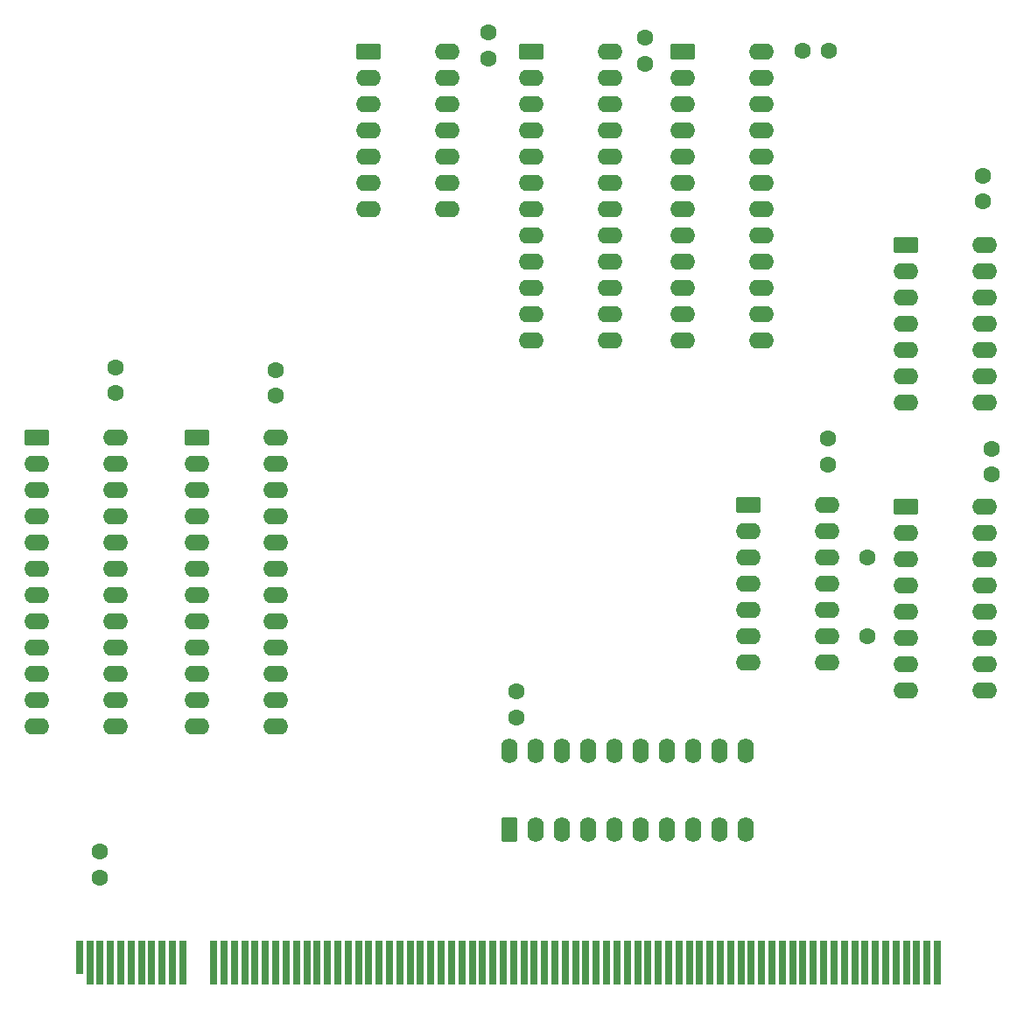
<source format=gbr>
%TF.GenerationSoftware,KiCad,Pcbnew,9.0.5*%
%TF.CreationDate,2025-11-19T18:10:56+02:00*%
%TF.ProjectId,core_1,636f7265-5f31-42e6-9b69-6361645f7063,rev?*%
%TF.SameCoordinates,Original*%
%TF.FileFunction,Soldermask,Bot*%
%TF.FilePolarity,Negative*%
%FSLAX46Y46*%
G04 Gerber Fmt 4.6, Leading zero omitted, Abs format (unit mm)*
G04 Created by KiCad (PCBNEW 9.0.5) date 2025-11-19 18:10:56*
%MOMM*%
%LPD*%
G01*
G04 APERTURE LIST*
G04 Aperture macros list*
%AMRoundRect*
0 Rectangle with rounded corners*
0 $1 Rounding radius*
0 $2 $3 $4 $5 $6 $7 $8 $9 X,Y pos of 4 corners*
0 Add a 4 corners polygon primitive as box body*
4,1,4,$2,$3,$4,$5,$6,$7,$8,$9,$2,$3,0*
0 Add four circle primitives for the rounded corners*
1,1,$1+$1,$2,$3*
1,1,$1+$1,$4,$5*
1,1,$1+$1,$6,$7*
1,1,$1+$1,$8,$9*
0 Add four rect primitives between the rounded corners*
20,1,$1+$1,$2,$3,$4,$5,0*
20,1,$1+$1,$4,$5,$6,$7,0*
20,1,$1+$1,$6,$7,$8,$9,0*
20,1,$1+$1,$8,$9,$2,$3,0*%
G04 Aperture macros list end*
%ADD10RoundRect,0.250000X-0.950000X-0.550000X0.950000X-0.550000X0.950000X0.550000X-0.950000X0.550000X0*%
%ADD11O,2.400000X1.600000*%
%ADD12C,1.600000*%
%ADD13R,0.700000X3.200000*%
%ADD14R,0.700000X4.300000*%
%ADD15RoundRect,0.250000X0.550000X-0.950000X0.550000X0.950000X-0.550000X0.950000X-0.550000X-0.950000X0*%
%ADD16O,1.600000X2.400000*%
G04 APERTURE END LIST*
D10*
%TO.C,U1*%
X182940000Y-57050000D03*
D11*
X182940000Y-59590000D03*
X182940000Y-62130000D03*
X182940000Y-64670000D03*
X182940000Y-67210000D03*
X182940000Y-69750000D03*
X182940000Y-72290000D03*
X190560000Y-72290000D03*
X190560000Y-69750000D03*
X190560000Y-67210000D03*
X190560000Y-64670000D03*
X190560000Y-62130000D03*
X190560000Y-59590000D03*
X190560000Y-57050000D03*
%TD*%
D12*
%TO.C,C3*%
X190400000Y-52850000D03*
X190400000Y-50350000D03*
%TD*%
%TO.C,C11*%
X122000000Y-71650000D03*
X122000000Y-69150000D03*
%TD*%
D13*
%TO.C,BC1*%
X103000000Y-125950000D03*
D14*
X104000000Y-126500000D03*
X105000000Y-126500000D03*
X106000000Y-126500000D03*
X107000000Y-126500000D03*
X108000000Y-126500000D03*
X109000000Y-126500000D03*
X110000000Y-126500000D03*
X111000000Y-126500000D03*
X112000000Y-126500000D03*
X113000000Y-126500000D03*
X116000000Y-126500000D03*
X117000000Y-126500000D03*
X118000000Y-126500000D03*
X119000000Y-126500000D03*
X120000000Y-126500000D03*
X121000000Y-126500000D03*
X122000000Y-126500000D03*
X123000000Y-126500000D03*
X124000000Y-126500000D03*
X125000000Y-126500000D03*
X126000000Y-126500000D03*
X127000000Y-126500000D03*
X128000000Y-126500000D03*
X129000000Y-126500000D03*
X130000000Y-126500000D03*
X131000000Y-126500000D03*
X132000000Y-126500000D03*
X133000000Y-126500000D03*
X134000000Y-126500000D03*
X135000000Y-126500000D03*
X136000000Y-126500000D03*
X137000000Y-126500000D03*
X138000000Y-126500000D03*
X139000000Y-126500000D03*
X140000000Y-126500000D03*
X141000000Y-126500000D03*
X142000000Y-126500000D03*
X143000000Y-126500000D03*
X144000000Y-126500000D03*
X145000000Y-126500000D03*
X146000000Y-126500000D03*
X147000000Y-126500000D03*
X148000000Y-126500000D03*
X149000000Y-126500000D03*
X150000000Y-126500000D03*
X151000000Y-126500000D03*
X152000000Y-126500000D03*
X153000000Y-126500000D03*
X154000000Y-126500000D03*
X155000000Y-126500000D03*
X156000000Y-126500000D03*
X157000000Y-126500000D03*
X158000000Y-126500000D03*
X159000000Y-126500000D03*
X160000000Y-126500000D03*
X161000000Y-126500000D03*
X162000000Y-126500000D03*
X163000000Y-126500000D03*
X164000000Y-126500000D03*
X165000000Y-126500000D03*
X166000000Y-126500000D03*
X167000000Y-126500000D03*
X168000000Y-126500000D03*
X169000000Y-126500000D03*
X170000000Y-126500000D03*
X171000000Y-126500000D03*
X172000000Y-126500000D03*
X173000000Y-126500000D03*
X174000000Y-126500000D03*
X175000000Y-126500000D03*
X176000000Y-126500000D03*
X177000000Y-126500000D03*
X178000000Y-126500000D03*
X179000000Y-126500000D03*
X180000000Y-126500000D03*
X181000000Y-126500000D03*
X182000000Y-126500000D03*
X183000000Y-126500000D03*
X184000000Y-126500000D03*
X185000000Y-126500000D03*
X186000000Y-126500000D03*
%TD*%
D12*
%TO.C,C5*%
X105000000Y-118240522D03*
X105000000Y-115740522D03*
%TD*%
%TO.C,C1*%
X191250000Y-79250000D03*
X191250000Y-76750000D03*
%TD*%
%TO.C,R1*%
X179250000Y-87250000D03*
X179250000Y-94870000D03*
%TD*%
%TO.C,C12*%
X106500000Y-71400000D03*
X106500000Y-68900000D03*
%TD*%
%TO.C,C9*%
X157750000Y-39500000D03*
X157750000Y-37000000D03*
%TD*%
D10*
%TO.C,DECODER2*%
X161380000Y-38390000D03*
D11*
X161380000Y-40930000D03*
X161380000Y-43470000D03*
X161380000Y-46010000D03*
X161380000Y-48550000D03*
X161380000Y-51090000D03*
X161380000Y-53630000D03*
X161380000Y-56170000D03*
X161380000Y-58710000D03*
X161380000Y-61250000D03*
X161380000Y-63790000D03*
X161380000Y-66330000D03*
X169000000Y-66330000D03*
X169000000Y-63790000D03*
X169000000Y-61250000D03*
X169000000Y-58710000D03*
X169000000Y-56170000D03*
X169000000Y-53630000D03*
X169000000Y-51090000D03*
X169000000Y-48550000D03*
X169000000Y-46010000D03*
X169000000Y-43470000D03*
X169000000Y-40930000D03*
X169000000Y-38390000D03*
%TD*%
D10*
%TO.C,DECODER4*%
X98880000Y-75680000D03*
D11*
X98880000Y-78220000D03*
X98880000Y-80760000D03*
X98880000Y-83300000D03*
X98880000Y-85840000D03*
X98880000Y-88380000D03*
X98880000Y-90920000D03*
X98880000Y-93460000D03*
X98880000Y-96000000D03*
X98880000Y-98540000D03*
X98880000Y-101080000D03*
X98880000Y-103620000D03*
X106500000Y-103620000D03*
X106500000Y-101080000D03*
X106500000Y-98540000D03*
X106500000Y-96000000D03*
X106500000Y-93460000D03*
X106500000Y-90920000D03*
X106500000Y-88380000D03*
X106500000Y-85840000D03*
X106500000Y-83300000D03*
X106500000Y-80760000D03*
X106500000Y-78220000D03*
X106500000Y-75680000D03*
%TD*%
D10*
%TO.C,U4*%
X167750000Y-82170000D03*
D11*
X167750000Y-84710000D03*
X167750000Y-87250000D03*
X167750000Y-89790000D03*
X167750000Y-92330000D03*
X167750000Y-94870000D03*
X167750000Y-97410000D03*
X175370000Y-97410000D03*
X175370000Y-94870000D03*
X175370000Y-92330000D03*
X175370000Y-89790000D03*
X175370000Y-87250000D03*
X175370000Y-84710000D03*
X175370000Y-82170000D03*
%TD*%
D15*
%TO.C,INSTRUCTION1*%
X144630000Y-113620000D03*
D16*
X147170000Y-113620000D03*
X149710000Y-113620000D03*
X152250000Y-113620000D03*
X154790000Y-113620000D03*
X157330000Y-113620000D03*
X159870000Y-113620000D03*
X162410000Y-113620000D03*
X164950000Y-113620000D03*
X167490000Y-113620000D03*
X167490000Y-106000000D03*
X164950000Y-106000000D03*
X162410000Y-106000000D03*
X159870000Y-106000000D03*
X157330000Y-106000000D03*
X154790000Y-106000000D03*
X152250000Y-106000000D03*
X149710000Y-106000000D03*
X147170000Y-106000000D03*
X144630000Y-106000000D03*
%TD*%
D12*
%TO.C,C10*%
X173000000Y-38250000D03*
X175500000Y-38250000D03*
%TD*%
D10*
%TO.C,U2*%
X130940000Y-38385000D03*
D11*
X130940000Y-40925000D03*
X130940000Y-43465000D03*
X130940000Y-46005000D03*
X130940000Y-48545000D03*
X130940000Y-51085000D03*
X130940000Y-53625000D03*
X138560000Y-53625000D03*
X138560000Y-51085000D03*
X138560000Y-48545000D03*
X138560000Y-46005000D03*
X138560000Y-43465000D03*
X138560000Y-40925000D03*
X138560000Y-38385000D03*
%TD*%
D12*
%TO.C,C16*%
X145250000Y-102750000D03*
X145250000Y-100250000D03*
%TD*%
D10*
%TO.C,U3*%
X182940000Y-82360000D03*
D11*
X182940000Y-84900000D03*
X182940000Y-87440000D03*
X182940000Y-89980000D03*
X182940000Y-92520000D03*
X182940000Y-95060000D03*
X182940000Y-97600000D03*
X182940000Y-100140000D03*
X190560000Y-100140000D03*
X190560000Y-97600000D03*
X190560000Y-95060000D03*
X190560000Y-92520000D03*
X190560000Y-89980000D03*
X190560000Y-87440000D03*
X190560000Y-84900000D03*
X190560000Y-82360000D03*
%TD*%
D10*
%TO.C,DECODER1*%
X146750000Y-38350000D03*
D11*
X146750000Y-40890000D03*
X146750000Y-43430000D03*
X146750000Y-45970000D03*
X146750000Y-48510000D03*
X146750000Y-51050000D03*
X146750000Y-53590000D03*
X146750000Y-56130000D03*
X146750000Y-58670000D03*
X146750000Y-61210000D03*
X146750000Y-63750000D03*
X146750000Y-66290000D03*
X154370000Y-66290000D03*
X154370000Y-63750000D03*
X154370000Y-61210000D03*
X154370000Y-58670000D03*
X154370000Y-56130000D03*
X154370000Y-53590000D03*
X154370000Y-51050000D03*
X154370000Y-48510000D03*
X154370000Y-45970000D03*
X154370000Y-43430000D03*
X154370000Y-40890000D03*
X154370000Y-38350000D03*
%TD*%
D12*
%TO.C,C2*%
X175400000Y-78300000D03*
X175400000Y-75800000D03*
%TD*%
D10*
%TO.C,DECODER3*%
X114380000Y-75680000D03*
D11*
X114380000Y-78220000D03*
X114380000Y-80760000D03*
X114380000Y-83300000D03*
X114380000Y-85840000D03*
X114380000Y-88380000D03*
X114380000Y-90920000D03*
X114380000Y-93460000D03*
X114380000Y-96000000D03*
X114380000Y-98540000D03*
X114380000Y-101080000D03*
X114380000Y-103620000D03*
X122000000Y-103620000D03*
X122000000Y-101080000D03*
X122000000Y-98540000D03*
X122000000Y-96000000D03*
X122000000Y-93460000D03*
X122000000Y-90920000D03*
X122000000Y-88380000D03*
X122000000Y-85840000D03*
X122000000Y-83300000D03*
X122000000Y-80760000D03*
X122000000Y-78220000D03*
X122000000Y-75680000D03*
%TD*%
D12*
%TO.C,C4*%
X142600000Y-39000000D03*
X142600000Y-36500000D03*
%TD*%
M02*

</source>
